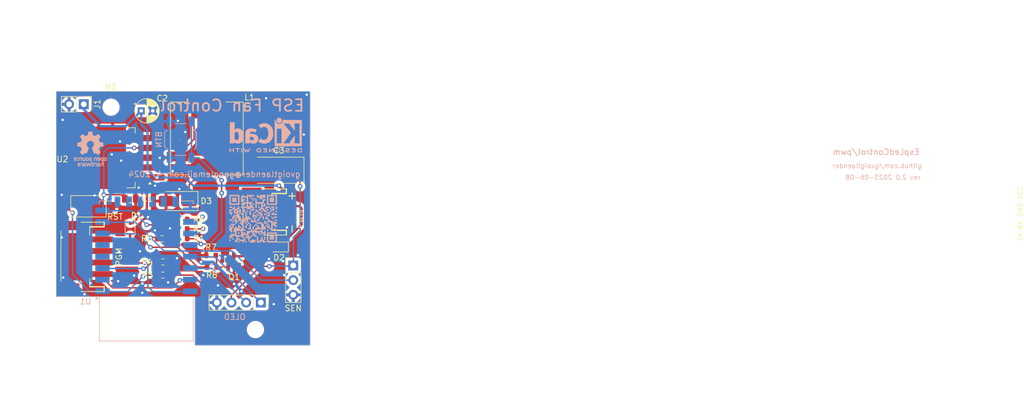
<source format=kicad_pcb>
(kicad_pcb (version 20240108) (generator "pcbnew") (generator_version "8.0")
  (layers (0 "F.Cu" signal) (31 "B.Cu" signal) (34 "B.Paste" user) (35 "F.Paste" user) (36 "B.SilkS" user "B.Silkscreen") (37 "F.SilkS" user "F.Silkscreen") (38 "B.Mask" user) (39 "F.Mask" user) (44 "Edge.Cuts" user))
  (net 0 "")
  (net 1 "/3V3")
  (net 2 "GND")
  (net 3 "/GPIO2")
  (net 4 "/RST")
  (net 5 "/EN")
  (net 6 "/GPIO15")
  (net 7 "Net-(D1-A)")
  (net 8 "Net-(D3-K)")
  (net 9 "Net-(Q1-G)")
  (net 14 "/TX")
  (net 15 "/RX")
  (net 16 "/SDA")
  (net 18 "/SCL")
  (net 19 "/ONEWIRE")
  (net 20 "/GPIO0")
  (net 21 "/FAN")
  (net 23 "/12V")
  (net 25 "/FAN-")
  (footprint "Diode_SMD:D_SOD-323" (layer "F.Cu") (at 112.8014 123.8758 -90)
    (property "Reference" "D1" (at -2.3368 -1.1176 180) (layer "F.SilkS"))
    (property "Value" "1N5819WS")
    (pad "1" smd roundrect (at -1.05 0 270) (size 0.6 0.45) (layers "F.Cu" "F.Paste" "F.Mask") (net 23 "/12V"))
    (pad "2" smd roundrect (at 1.05 0 270) (size 0.6 0.45) (layers "F.Cu" "F.Paste" "F.Mask") (net 7 "Net-(D1-A)"))
  )
  (footprint "Button_Switch_SMD:SW_SPST_CK_RS282G05A3" (layer "F.Cu") (at 105.5878 119.9134)
    (property "Reference" "SW1" (hide yes))
    (property "Value" "RST" (at 4.6228 1.8034 180) (layer "F.SilkS"))
    (pad "1" smd rect (at -3.9 0) (size 1.5 1.5) (layers "F.Cu" "F.Paste" "F.Mask") (net 4 "/RST"))
    (pad "2" smd rect (at 3.9 0) (size 1.5 1.5) (layers "F.Cu" "F.Paste" "F.Mask") (net 2 "GND"))
  )
  (footprint "MountingHole:MountingHole_2.5mm" (layer "F.Cu") (at 134.5 141.25)
    (property "Reference" "H2" (hide yes))
    (property "Value" "MountingHole")
    (pad "" np_thru_hole circle (at 0 0) (size 2.5 2.5) (drill 2.5) (layers "*.Cu" "*.Mask"))
  )
  (footprint "Inductor_SMD:L_12x12mm_H6mm" (layer "F.Cu") (at 126.0856 108.1532 90)
    (property "Reference" "L1" (at 7.112 7.3914 180) (layer "F.SilkS"))
    (property "Value" "33uH")
    (pad "1" smd rect (at -4.95 0 90) (size 2.9 5.4) (layers "F.Cu" "F.Paste" "F.Mask") (net 8 "Net-(D3-K)"))
    (pad "2" smd rect (at 4.95 0 90) (size 2.9 5.4) (layers "F.Cu" "F.Paste" "F.Mask") (net 1 "/3V3"))
  )
  (footprint "Capacitor_SMD:C_0805_2012Metric" (layer "F.Cu") (at 112.825 118.575)
    (property "Reference" "C1" (at 2.9482 0.043 0) (layer "F.SilkS"))
    (property "Value" "100nF")
    (pad "1" smd roundrect (at -0.95 0) (size 1 1.45) (layers "F.Cu" "F.Paste" "F.Mask") (net 1 "/3V3"))
    (pad "2" smd roundrect (at 0.95 0) (size 1 1.45) (layers "F.Cu" "F.Paste" "F.Mask") (net 2 "GND"))
  )
  (footprint "Resistor_SMD:R_0603_1608Metric" (layer "F.Cu") (at 121.8692 125.5014 180)
    (property "Reference" "R1" (at -2.8448 0.0254 180) (layer "F.SilkS"))
    (property "Value" "10k")
    (pad "1" smd roundrect (at -0.825 0 180) (size 0.8 0.95) (layers "F.Cu" "F.Paste" "F.Mask") (net 20 "/GPIO0"))
    (pad "2" smd roundrect (at 0.825 0 180) (size 0.8 0.95) (layers "F.Cu" "F.Paste" "F.Mask") (net 1 "/3V3"))
  )
  (footprint "kicad_parts:JSTPH4" (layer "F.Cu") (at 104.82072 128.6416 90)
    (property "Reference" "J3" (hide yes))
    (property "Value" "PGM" (at -0.0094 6.05028 -90) (layer "F.SilkS"))
    (pad "1" smd rect (at -2.99898 2.69748 90) (size 0.99822 4.59994) (layers "F.Cu" "F.Paste" "F.Mask") (net 14 "/TX"))
    (pad "2" smd rect (at -1 2.69748 90) (size 0.99822 4.59994) (layers "F.Cu" "F.Paste" "F.Mask") (net 15 "/RX"))
    (pad "3" smd rect (at 0.99898 2.69748 90) (size 0.99822 4.59994) (layers "F.Cu" "F.Paste" "F.Mask") (net 2 "GND"))
    (pad "4" smd rect (at 3 2.69748 90) (size 0.99822 4.59994) (layers "F.Cu" "F.Paste" "F.Mask") (net 7 "Net-(D1-A)"))
    (pad "NC1" smd rect (at -5.39928 -2.49936 180) (size 3.39852 1.59766) (layers "F.Cu" "F.Paste" "F.Mask"))
    (pad "NC2" smd rect (at 5.39928 -2.49936 180) (size 3.39852 1.59766) (layers "F.Cu" "F.Paste" "F.Mask"))
  )
  (footprint "Resistor_SMD:R_0603_1608Metric" (layer "F.Cu") (at 121.857 122.174 180)
    (property "Reference" "R6" (at -2.8448 -0.0254 180) (layer "F.SilkS"))
    (property "Value" "10k")
    (pad "1" smd roundrect (at -0.825 0 180) (size 0.8 0.95) (layers "F.Cu" "F.Paste" "F.Mask") (net 6 "/GPIO15"))
    (pad "2" smd roundrect (at 0.825 0 180) (size 0.8 0.95) (layers "F.Cu" "F.Paste" "F.Mask") (net 2 "GND"))
  )
  (footprint "Connector_PinHeader_2.54mm:PinHeader_1x04_P2.54mm_Vertical" (layer "F.Cu") (at 135.4328 136.5758 -90)
    (property "Reference" "J5" (hide yes))
    (property "Value" "OLED" (at 2.4892 4.4958 0) (layer "B.SilkS") (effects (justify mirror)))
    (pad "1" thru_hole rect (at 0 0 270) (size 1.7 1.7) (drill 1) (layers "*.Cu" "*.Mask") (net 16 "/SDA"))
    (pad "2" thru_hole oval (at 0 2.54 270) (size 1.7 1.7) (drill 1) (layers "*.Cu" "*.Mask") (net 18 "/SCL"))
    (pad "3" thru_hole oval (at 0 5.08 270) (size 1.7 1.7) (drill 1) (layers "*.Cu" "*.Mask") (net 1 "/3V3"))
    (pad "4" thru_hole oval (at 0 7.62 270) (size 1.7 1.7) (drill 1) (layers "*.Cu" "*.Mask") (net 2 "GND"))
  )
  (footprint "MountingHole:MountingHole_2.5mm" (layer "F.Cu") (at 109.5 102.75)
    (property "Reference" "H1" (at 0 -3.5 0) (layer "F.SilkS"))
    (property "Value" "MountingHole")
    (pad "" np_thru_hole circle (at 0 0) (size 2.5 2.5) (drill 2.5) (layers "*.Cu" "*.Mask"))
  )
  (footprint "Package_TO_SOT_SMD:SOT-23" (layer "F.Cu") (at 130.7338 129.4892 90)
    (property "Reference" "Q1" (at -2.6698 0.0762 0) (layer "F.SilkS"))
    (property "Value" "AO3400A")
    (pad "1" smd roundrect (at -0.9375 -0.95 90) (size 1.475 0.6) (layers "F.Cu" "F.Paste" "F.Mask") (net 9 "Net-(Q1-G)"))
    (pad "2" smd roundrect (at -0.9375 0.95 90) (size 1.475 0.6) (layers "F.Cu" "F.Paste" "F.Mask") (net 2 "GND"))
    (pad "3" smd roundrect (at 0.9375 0 90) (size 1.475 0.6) (layers "F.Cu" "F.Paste" "F.Mask") (net 25 "/FAN-"))
  )
  (footprint "Diode_SMD:D_SOD-323" (layer "F.Cu") (at 138.5824 126.9492 180)
    (property "Reference" "D2" (at 0 -1.85 180) (layer "F.SilkS"))
    (property "Value" "1N5819WS")
    (pad "1" smd roundrect (at -1.05 0 180) (size 0.6 0.45) (layers "F.Cu" "F.Paste" "F.Mask") (net 23 "/12V"))
    (pad "2" smd roundrect (at 1.05 0 180) (size 0.6 0.45) (layers "F.Cu" "F.Paste" "F.Mask") (net 25 "/FAN-"))
  )
  (footprint "Connector_PinHeader_2.54mm:PinHeader_1x03_P2.54mm_Vertical" (layer "F.Cu") (at 141.0462 130.1496)
    (property "Reference" "J2" (hide yes))
    (property "Value" "SEN" (at 0 7.41 0) (layer "F.SilkS"))
    (pad "1" thru_hole rect (at 0 0) (size 1.7 1.7) (drill 1) (layers "*.Cu" "*.Mask") (net 1 "/3V3"))
    (pad "2" thru_hole oval (at 0 2.54) (size 1.7 1.7) (drill 1) (layers "*.Cu" "*.Mask") (net 19 "/ONEWIRE"))
    (pad "3" thru_hole oval (at 0 5.08) (size 1.7 1.7) (drill 1) (layers "*.Cu" "*.Mask") (net 2 "GND"))
  )
  (footprint "Resistor_SMD:R_0603_1608Metric" (layer "F.Cu") (at 118.4656 131.826)
    (property "Reference" "R3" (at -2.6416 0 0) (layer "F.SilkS"))
    (property "Value" "10k")
    (pad "1" smd roundrect (at -0.825 0) (size 0.8 0.95) (layers "F.Cu" "F.Paste" "F.Mask") (net 4 "/RST"))
    (pad "2" smd roundrect (at 0.825 0) (size 0.8 0.95) (layers "F.Cu" "F.Paste" "F.Mask") (net 1 "/3V3"))
  )
  (footprint "Resistor_SMD:R_0603_1608Metric" (layer "F.Cu") (at 118.3473 125.5268)
    (property "Reference" "R5" (at -2.6503 -0.0508 0) (layer "F.SilkS"))
    (property "Value" "4k7")
    (pad "1" smd roundrect (at -0.825 0) (size 0.8 0.95) (layers "F.Cu" "F.Paste" "F.Mask") (net 19 "/ONEWIRE"))
    (pad "2" smd roundrect (at 0.825 0) (size 0.8 0.95) (layers "F.Cu" "F.Paste" "F.Mask") (net 1 "/3V3"))
  )
  (footprint "Diode_SMD:D_SMA" (layer "F.Cu") (at 121.031 118.999 180)
    (property "Reference" "D3" (at -4.953 0 180) (layer "F.SilkS"))
    (property "Value" "SS34")
    (pad "1" smd roundrect (at -2 0 180) (size 2.5 1.8) (layers "F.Cu" "F.Paste" "F.Mask") (roundrect_rratio 0.1388888889) (net 8 "Net-(D3-K)"))
    (pad "2" smd roundrect (at 2 0 180) (size 2.5 1.8) (layers "F.Cu" "F.Paste" "F.Mask") (roundrect_rratio 0.1388888889) (net 2 "GND"))
  )
  (footprint "Resistor_SMD:R_0603_1608Metric" (layer "F.Cu") (at 121.8692 123.825 180)
    (property "Reference" "R2" (at -2.8448 0.0254 180) (layer "F.SilkS"))
    (property "Value" "10k")
    (pad "1" smd roundrect (at -0.825 0 180) (size 0.8 0.95) (layers "F.Cu" "F.Paste" "F.Mask") (net 3 "/GPIO2"))
    (pad "2" smd roundrect (at 0.825 0 180) (size 0.8 0.95) (layers "F.Cu" "F.Paste" "F.Mask") (net 1 "/3V3"))
  )
  (footprint "Resistor_SMD:R_0603_1608Metric" (layer "F.Cu") (at 118.4788 129.54)
    (property "Reference" "R4" (at -2.6548 0 0) (layer "F.SilkS"))
    (property "Value" "10k")
    (pad "1" smd roundrect (at -0.825 0) (size 0.8 0.95) (layers "F.Cu" "F.Paste" "F.Mask") (net 5 "/EN"))
    (pad "2" smd roundrect (at 0.825 0) (size 0.8 0.95) (layers "F.Cu" "F.Paste" "F.Mask") (net 1 "/3V3"))
  )
  (footprint "Resistor_SMD:R_0603_1608Metric" (layer "F.Cu") (at 126.81 128.4224 180)
    (property "Reference" "R7" (at 0 1.4478 180) (layer "F.SilkS"))
    (property "Value" "10k")
    (pad "1" smd roundrect (at -0.825 0 180) (size 0.8 0.95) (layers "F.Cu" "F.Paste" "F.Mask") (net 9 "Net-(Q1-G)"))
    (pad "2" smd roundrect (at 0.825 0 180) (size 0.8 0.95) (layers "F.Cu" "F.Paste" "F.Mask") (net 2 "GND"))
  )
  (footprint "Resistor_SMD:R_0603_1608Metric" (layer "F.Cu") (at 126.9624 130.429)
    (property "Reference" "R8" (at -0.0132 1.397 0) (layer "F.SilkS"))
    (property "Value" "220R")
    (pad "1" smd roundrect (at -0.825 0) (size 0.8 0.95) (layers "F.Cu" "F.Paste" "F.Mask") (net 21 "/FAN"))
    (pad "2" smd roundrect (at 0.825 0) (size 0.8 0.95) (layers "F.Cu" "F.Paste" "F.Mask") (net 9 "Net-(Q1-G)"))
  )
  (footprint "Connector_PinHeader_2.54mm:PinHeader_1x02_P2.54mm_Vertical" (layer "F.Cu") (at 104.775 102.235 -90)
    (property "Reference" "J1" (at 0 -2.33 -90) (layer "F.SilkS"))
    (property "Value" "PWR")
    (pad "1" thru_hole rect (at 0 0 270) (size 1.7 1.7) (drill 1) (layers "*.Cu" "*.Mask") (net 23 "/12V"))
    (pad "2" thru_hole oval (at 0 2.54 270) (size 1.7 1.7) (drill 1) (layers "*.Cu" "*.Mask") (net 2 "GND"))
  )
  (footprint "Capacitor_THT:CP_Radial_D4.0mm_P2.00mm" (layer "F.Cu") (at 114.724401 103.378)
    (property "Reference" "C2" (at 3.639599 -2.159 0) (layer "F.SilkS"))
    (property "Value" "680uF")
    (pad "1" thru_hole rect (at 0 0) (size 1.2 1.2) (drill 0.6) (layers "*.Cu" "*.Mask") (net 23 "/12V"))
    (pad "2" thru_hole circle (at 2 0) (size 1.2 1.2) (drill 0.6) (layers "*.Cu" "*.Mask") (net 2 "GND"))
  )
  (footprint "Package_TO_SOT_SMD:TO-263-5_TabPin3" (layer "F.Cu") (at 108.85 111.5 180)
    (property "Reference" "U2" (at 7.758 -0.26 180) (layer "F.SilkS"))
    (property "Value" "LM2596S-3.3")
    (pad "1" smd roundrect (at -7.65 -3.4 180) (size 4.6 1.1) (layers "F.Cu" "F.Paste" "F.Mask") (roundrect_rratio 0.227273) (net 23 "/12V"))
    (pad "2" smd roundrect (at -7.65 -1.7 180) (size 4.6 1.1) (layers "F.Cu" "F.Paste" "F.Mask") (roundrect_rratio 0.227273) (net 8 "Net-(D3-K)"))
    (pad "3" smd roundrect (at -7.65 0 180) (size 4.6 1.1) (layers "F.Cu" "F.Paste" "F.Mask") (roundrect_rratio 0.227273) (net 2 "GND"))
    (pad "3" smd roundrect (at -0.925 -2.775 180) (size 4.55 5.25) (layers "F.Cu" "F.Paste") (roundrect_rratio 0.054945) (net 2 "GND"))
    (pad "3" smd roundrect (at -0.925 2.775 180) (size 4.55 5.25) (layers "F.Cu" "F.Paste") (roundrect_rratio 0.054945) (net 2 "GND"))
    (pad "3" smd roundrect (at 1.5 0 180) (size 9.4 10.8) (layers "F.Cu" "F.Mask") (roundrect_rratio 0.026596) (net 2 "GND"))
    (pad "3" smd roundrect (at 3.925 -2.775 180) (size 4.55 5.25) (layers "F.Cu" "F.Paste") (roundrect_rratio 0.054945) (net 2 "GND"))
    (pad "3" smd roundrect (at 3.925 2.775 180) (size 4.55 5.25) (layers "F.Cu" "F.Paste") (roundrect_rratio 0.054945) (net 2 "GND"))
    (pad "4" smd roundrect (at -7.65 1.7 180) (size 4.6 1.1) (layers "F.Cu" "F.Paste" "F.Mask") (roundrect_rratio 0.227273) (net 1 "/3V3"))
    (pad "5" smd roundrect (at -7.65 3.4 180) (size 4.6 1.1) (layers "F.Cu" "F.Paste" "F.Mask") (roundrect_rratio 0.227273) (net 2 "GND"))
  )
  (footprint "Capacitor_Tantalum_SMD:CP_EIA-7343-20_Kemet-V" (layer "F.Cu") (at 138.4925 113.665 180)
    (property "Reference" "C3" (at -0.0645 3.429 0) (layer "F.SilkS"))
    (property "Value" "330uF")
    (pad "1" smd roundrect (at -3.1125 0 180) (size 2.075 2.55) (layers "F.Cu" "F.Paste" "F.Mask") (roundrect_rratio 0.120482) (net 1 "/3V3"))
    (pad "2" smd roundrect (at 3.1125 0 180) (size 2.075 2.55) (layers "F.Cu" "F.Paste" "F.Mask") (roundrect_rratio 0.120482) (net 2 "GND"))
  )
  (footprint "kicad_parts:JST-PH-2-SMT-RA" (layer "F.Cu") (at 135.3566 120.87352 90)
    (property "Reference" "J4" (hide yes))
    (property "Value" "FAN" (at -1.2319 6.98754 -90) (layer "F.SilkS") (effects (font (size 1.27 1.27) (thickness 0.1016))))
    (fp_text user "-" (at -2.9591 5.38734 -90) (layer "F.SilkS") (effects (font (size 1.4224 1.4224) (thickness 0.1778))))
    (fp_text user "+" (at 2.7559 5.38734 -90) (layer "F.SilkS") (effects (font (size 1.4224 1.4224) (thickness 0.1778))))
    (pad "1" smd rect (at 0.99822 3.69824 90) (size 0.99822 4.59994) (layers "F.Cu" "F.Paste" "F.Mask") (net 23 "/12V"))
    (pad "2" smd rect (at -0.99822 3.69824 90) (size 0.99822 4.59994) (layers "F.Cu" "F.Paste" "F.Mask") (net 25 "/FAN-"))
    (pad "NC1" smd rect (at -3.39852 -1.4986 180) (size 3.39852 1.59766) (layers "F.Cu" "F.Paste" "F.Mask"))
    (pad "NC2" smd rect (at 3.39852 -1.4986 180) (size 3.39852 1.59766) (layers "F.Cu" "F.Paste" "F.Mask"))
  )
  (footprint "RF_Module:ESP-12E" (layer "B.Cu") (at 115.6154 131.1134)
    (property "Reference" "U1" (at -10.56 5.26 0) (layer "B.SilkS") (effects (justify mirror)))
    (property "Value" "ESP-12F")
    (pad "1" smd rect (at -7.6 3.5) (size 2.5 1) (layers "B.Cu" "B.Paste" "B.Mask") (net 4 "/RST"))
    (pad "2" smd rect (at -7.6 1.5) (size 2.5 1) (layers "B.Cu" "B.Paste" "B.Mask"))
    (pad "3" smd rect (at -7.6 -0.5) (size 2.5 1) (layers "B.Cu" "B.Paste" "B.Mask") (net 5 "/EN"))
    (pad "4" smd rect (at -7.6 -2.5) (size 2.5 1) (layers "B.Cu" "B.Paste" "B.Mask"))
    (pad "5" smd rect (at -7.6 -4.5) (size 2.5 1) (layers "B.Cu" "B.Paste" "B.Mask"))
    (pad "6" smd rect (at -7.6 -6.5) (size 2.5 1) (layers "B.Cu" "B.Paste" "B.Mask") (net 21 "/FAN"))
    (pad "7" smd rect (at -7.6 -8.5) (size 2.5 1) (layers "B.Cu" "B.Paste" "B.Mask") (net 19 "/ONEWIRE"))
    (pad "8" smd rect (at -7.6 -10.5) (size 2.5 1) (layers "B.Cu" "B.Paste" "B.Mask") (net 1 "/3V3"))
    (pad "9" smd rect (at -5 -12) (size 1 1.8) (layers "B.Cu" "B.Paste" "B.Mask"))
    (pad "10" smd rect (at -3 -12) (size 1 1.8) (layers "B.Cu" "B.Paste" "B.Mask"))
    (pad "11" smd rect (at -1 -12) (size 1 1.8) (layers "B.Cu" "B.Paste" "B.Mask"))
    (pad "12" smd rect (at 1 -12) (size 1 1.8) (layers "B.Cu" "B.Paste" "B.Mask"))
    (pad "13" smd rect (at 3 -12) (size 1 1.8) (layers "B.Cu" "B.Paste" "B.Mask"))
    (pad "14" smd rect (at 5 -12) (size 1 1.8) (layers "B.Cu" "B.Paste" "B.Mask"))
    (pad "15" smd rect (at 7.6 -10.5) (size 2.5 1) (layers "B.Cu" "B.Paste" "B.Mask") (net 2 "GND"))
    (pad "16" smd rect (at 7.6 -8.5) (size 2.5 1) (layers "B.Cu" "B.Paste" "B.Mask") (net 6 "/GPIO15"))
    (pad "17" smd rect (at 7.6 -6.5) (size 2.5 1) (layers "B.Cu" "B.Paste" "B.Mask") (net 3 "/GPIO2"))
    (pad "18" smd rect (at 7.6 -4.5) (size 2.5 1) (layers "B.Cu" "B.Paste" "B.Mask") (net 20 "/GPIO0"))
    (pad "19" smd rect (at 7.6 -2.5) (size 2.5 1) (layers "B.Cu" "B.Paste" "B.Mask") (net 16 "/SDA"))
    (pad "20" smd rect (at 7.6 -0.5) (size 2.5 1) (layers "B.Cu" "B.Paste" "B.Mask") (net 18 "/SCL"))
    (pad "21" smd rect (at 7.6 1.5) (size 2.5 1) (layers "B.Cu" "B.Paste" "B.Mask") (net 14 "/TX"))
    (pad "22" smd rect (at 7.6 3.5) (size 2.5 1) (layers "B.Cu" "B.Paste" "B.Mask") (net 15 "/RX"))
    (zone (net 0) (net_name "") (layers "*.Cu") (connect_pads (clearance 0)) (min_thickness 0.254)
      (keepout (tracks not_allowed) (vias not_allowed) (pads not_allowed) (copperpour not_allowed) (footprints not_allowed))
      (fill (thermal_gap 0.508) (thermal_bridge_width 0.508))
      (polygon (pts (xy 107.4954 135.9134) (xy 123.7354 135.9134) (xy 123.7354 143.2334) (xy 107.4954 143.2334)))
    )
  )
  (footprint "Symbol:KiCad-Logo2_5mm_SilkScreen" (layer "B.Cu") (at 136.271 107.569 180)
    (property "Reference" "REF**" (hide yes))
    (property "Value" "KiCad-Logo2_5mm_SilkScreen" (hide yes))
  )
  (footprint "kicad_parts:qr_espfc" (layer "B.Cu") (at 134.112 122.047 180)
    (property "Reference" "QR*****" (hide yes))
    (property "Value" "qr_espfc" (hide yes))
  )
  (footprint "Symbol:OSHW-Logo_5.7x6mm_SilkScreen" (layer "B.Cu") (at 105.918 109.982 180)
    (property "Reference" "REF**" (hide yes))
    (property "Value" "OSHW-Logo_5.7x6mm_SilkScreen" (hide yes))
  )
  (footprint "Button_Switch_SMD:SW_SPST_TL3342" (layer "B.Cu") (at 121.525 108.35 90)
    (property "Reference" "SW2" (hide yes))
    (property "Value" "BTN" (at 0 -3.75 90) (layer "B.SilkS") (effects (justify mirror)))
    (pad "1" smd rect (at -3.15 1.9 90) (size 1.7 1) (layers "B.Cu" "B.Paste" "B.Mask") (net 20 "/GPIO0"))
    (pad "1" smd rect (at 3.15 1.9 90) (size 1.7 1) (layers "B.Cu" "B.Paste" "B.Mask") (net 20 "/GPIO0"))
    (pad "2" smd rect (at -3.15 -1.9 90) (size 1.7 1) (layers "B.Cu" "B.Paste" "B.Mask") (net 2 "GND"))
    (pad "2" smd rect (at 3.15 -1.9 90) (size 1.7 1) (layers "B.Cu" "B.Paste" "B.Mask") (net 2 "GND"))
  )
  (gr_line (start 121.525 108.25) (end 121.525 108.45) (stroke (width 0.05)) (layer "B.SilkS"))
  (gr_line (start 121.425 108.35) (end 121.625 108.35) (stroke (width 0.05)) (layer "B.SilkS"))
  (gr_line (start 124 144) (end 144 144) (stroke (width 0.1)) (layer "Edge.Cuts"))
  (gr_line (start 124 135.55) (end 124 144) (stroke (width 0.1)) (layer "Edge.Cuts"))
  (gr_line (start 100 135.55) (end 100 100) (stroke (width 0.1)) (layer "Edge.Cuts"))
  (gr_line (start 124 135.55) (end 100 135.55) (stroke (width 0.1)) (layer "Edge.Cuts"))
  (gr_line (start 100 100) (end 144 100) (stroke (width 0.1)) (layer "Edge.Cuts"))
  (gr_line (start 144 100) (end 144 144) (stroke (width 0.1)) (layer "Edge.Cuts"))
  (gr_text "rev 2.0 2023-06-08" (at 243.15 114.9 0) (layer "B.SilkS") (effects (font (size 0.8 0.8) (thickness 0.1)) (justify mirror)))
  (gr_text "gvoigtlaender@googlemail.com 4/2024" (at 142.367 114.935 0) (layer "B.SilkS") (effects (font (size 1 1)) (justify left bottom mirror)))
  (gr_text "EspLedControl/pwm" (at 241.95 110.5 0) (layer "B.SilkS") (effects (font (size 1 1)) (justify mirror)))
  (gr_text "ESP Fan Control" (at 143.129 103.632 0) (layer "B.SilkS") (effects (font (size 2 2) (thickness 0.3)) (justify left bottom mirror)))
  (gr_text "github.com/gvoigtlaender" (at 242.15 112.9 0) (layer "B.SilkS") (effects (font (size 0.8 0.8) (thickness 0.1)) (justify mirror)))
  (gr_text "TX RX GND VCC" (at 266.925 121.15 90) (layer "F.SilkS") (effects (font (size 0.8 0.8) (thickness 0.1))))
  (segment (start 129.725 134.65) (end 126.5 134.65) (width 0.25) (layer "F.Cu") (net 1))
  (segment (start 117.7544 123.125) (end 115.675 123.125) (width 0.25) (layer "F.Cu") (net 1))
  (segment (start 123.875 108.254) (end 123.875 102.85) (width 0.25) (layer "F.Cu") (net 1))
  (segment (start 113.5 109.8) (end 116.5 109.8) (width 0.25) (layer "F.Cu") (net 1))
  (segment (start 119.2875 131.825) (end 119.2875 129.5375) (width 0.25) (layer "F.Cu") (net 1))
  (segment (start 133.125 108.925) (end 127.05 102.85) (width 0.25) (layer "F.Cu") (net 1))
  (segment (start 119.2598 125.5268) (end 119.2598 124.6304) (width 0.25) (layer "F.Cu") (net 1))
  (segment (start 130.32 135.354695) (end 135.372695 130.302) (width 0.25) (layer "F.Cu") (net 1))
  (segment (start 127.05 102.85) (end 123.875 102.85) (width 0.25) (layer "F.Cu") (net 1))
  (segment (start 142.24 116.459) (end 142.24 110.89) (width 0.25) (layer "F.Cu") (net 1))
  (segment (start 120.9934 125.4506) (end 121.0442 125.5014) (width 0.25) (layer "F.Cu") (net 1))
  (segment (start 121.0442 123.3424) (end 121.0442 125.5014) (width 0.25) (layer "F.Cu") (net 1))
  (segment (start 123.9012 108.2802) (end 123.875 108.254) (width 0.25) (layer "F.Cu") (net 1))
  (segment (start 123.675 131.825) (end 119.2875 131.825) (width 0.25) (layer "F.Cu") (net 1))
  (segment (start 142.24 110.89) (end 140.275 108.925) (width 0.25) (layer "F.Cu") (net 1))
  (segment (start 119.1723 125.5268) (end 121.1223 125.5268) (width 0.25) (layer "F.Cu") (net 1))
  (segment (start 116.5 109.8) (end 122.3814 109.8) (width 0.25) (layer "F.Cu") (net 1))
  (segment (start 130.32 135.245) (end 129.725 134.65) (width 0.25) (layer "F.Cu") (net 1))
  (segment (start 111.2 117.9) (end 108.25 117.9) (width 0.25) (layer "F.Cu") (net 1))
  (segment (start 135.372695 130.302) (end 136.906 130.302) (width 0.25) (layer "F.Cu") (net 1))
  (segment (start 123.875 103.875) (end 123.875 102.85) (width 0.25) (layer "F.Cu") (net 1))
  (segment (start 119.2598 124.6304) (end 117.7544 123.125) (width 0.25) (layer "F.Cu") (net 1))
  (segment (start 111.875 118.575) (end 111.2 117.9) (width 0.25) (layer "F.Cu") (net 1))
  (segment (start 140.275 108.925) (end 133.125 108.925) (width 0.25) (layer "F.Cu") (net 1))
  (segment (start 126.5 134.65) (end 123.675 131.825) (width 0.25) (layer "F.Cu") (net 1))
  (segment (start 114.625 109.8) (end 117.95 109.8) (width 0.25) (layer "F.Cu") (net 1))
  (segment (start 130.32 136.575) (end 130.32 135.245) (width 0.25) (layer "F.Cu") (net 1))
  (segment (start 130.32 136.575) (end 130.32 135.354695) (width 0.25) (layer "F.Cu") (net 1))
  (segment (start 122.3814 109.8) (end 123.9012 108.2802) (width 0.25) (layer "F.Cu") (net 1))
  (segment (start 119.2875 129.5375) (end 119.275 129.525) (width 0.25) (layer "F.Cu") (net 1))
  (via (at 113.5 109.8) (size 0.8) (drill 0.4) (layers "F.Cu" "B.Cu") (net 1))
  (via (at 136.906 130.302) (size 0.8) (drill 0.4) (layers "F.Cu" "B.Cu") (net 1))
  (via (at 108.25 117.9) (size 0.8) (drill 0.4) (layers "F.Cu" "B.Cu") (net 1))
  (via (at 115.675 123.125) (size 0.8) (drill 0.4) (layers "F.Cu" "B.Cu") (net 1))
  (via (at 142.24 116.459) (size 0.8) (drill 0.4) (layers "F.Cu" "B.Cu") (net 1))
  (segment (start 113.225 120.675) (end 108.175 120.675) (width 0.25) (layer "B.Cu") (net 1))
  (segment (start 141.075 130.25) (end 136.958 130.25) (width 0.25) (layer "B.Cu") (net 1))
  (segment (start 142.24 124.109695) (end 142.24 116.459) (width 0.25) (layer "B.Cu") (net 1))
  (segment (start 113.5 109.8) (end 108.975 109.8) (width 0.25) (layer "B.Cu") (net 1))
  (segment (start 136.854 130.25) (end 136.645 130.25) (width 0.25) (layer "B.Cu") (net 1))
  (segment (start 141.075 125.274695) (end 142.24 124.109695) (width 0.25) (layer "B.Cu") (net 1))
  (segment (start 136.958 130.25) (end 136.906 130.302) (width 0.25) (layer "B.Cu") (net 1))
  (segment (start 141.075 130.25) (end 141.075 125.274695) (width 0.25) (layer "B.Cu") (net 1))
  (segment (start 115.675 123.125) (end 113.225 120.675) (width 0.25) (layer "B.Cu") (net 1))
  (segment (start 108.975 109.8) (end 108.25 110.525) (width 0.25) (layer "B.Cu") (net 1))
  (segment (start 108.25 110.525) (end 108.25 117.9) (width 0.25) (layer "B.Cu") (net 1))
  (segment (start 108.175 117.975) (end 108.175 120.675) (width 0.25) (layer "B.Cu") (net 1))
  (segment (start 108.25 117.9) (end 108.175 117.975) (width 0.25) (layer "B.Cu") (net 1))
  (segment (start 136.906 130.302) (end 136.854 130.25) (width 0.25) (layer "B.Cu") (net 1))
  (via (at 122.35 107.05) (size 0.8) (drill 0.4) (layers "F.Cu" "B.Cu") (net 2))
  (via (at 120.175 113.8) (size 0.8) (drill 0.4) (layers "F.Cu" "B.Cu") (net 2))
  (via (at 114.925 133.3) (size 0.8) (drill 0.4) (layers "F.Cu" "B.Cu") (net 2))
  (via (at 121.325 116.925) (size 0.8) (drill 0.4) (layers "F.Cu" "B.Cu") (net 2))
  (via (at 100.975 117.925) (size 0.8) (drill 0.4) (layers "F.Cu" "B.Cu") (net 2))
  (via (at 114.9 134.875) (size 0.8) (drill 0.4) (layers "F.Cu" "B.Cu") (net 2))
  (via (at 139.475 131.825) (size 0.8) (drill 0.4) (layers "F.Cu" "B.Cu") (net 2))
  (via (at 101.225 132.25) (size 0.8) (drill 0.4) (layers "F.Cu" "B.Cu") (net 2))
  (via (at 128.016 133.604) (size 0.8) (drill 0.4) (layers "F.Cu" "B.Cu") (net 2))
  (via (at 121.075 105.1) (size 0.8) (drill 0.4) (layers "F.Cu" "B.Cu") (net 2))
  (via (at 142.875 107.475) (size 0.8) (drill 0.4) (layers "F.Cu" "B.Cu") (net 2))
  (via (at 111.05 108.675) (size 0.8) (drill 0.4) (layers "F.Cu" "B.Cu") (net 2))
  (via (at 117.1194 116.332) (size 0.8) (drill 0.4) (layers "F.Cu" "B.Cu") (net 2))
  (via (at 109.625 110.925) (size 0.8) (drill 0.4) (layers "F.Cu" "B.Cu") (net 2))
  (via (at 117.094 124.079) (size 0.8) (drill 0.4) (layers "F.Cu" "B.Cu") (net 2))
  (via (at 111.25 112) (size 0.8) (drill 0.4) (layers "F.Cu" "B.Cu") (net 2))
  (via (at 115.9 121.775) (size 0.8) (drill 0.4) (layers "F.Cu" "B.Cu") (net 2))
  (via (at 114.5 127.7) (size 0.8) (drill 0.4) (layers "F.Cu" "B.Cu") (net 2))
  (via (at 130.81 133.35) (size 0.8) (drill 0.4) (layers "F.Cu" "B.Cu") (net 2))
  (via (at 141.875 128.375) (size 0.8) (drill 0.4) (layers "F.Cu" "B.Cu") (net 2))
  (via (at 125.476 131.826) (size 0.8) (drill 0.4) (layers "F.Cu" "B.Cu") (net 2))
  (via (at 119.6973 123.7268) (size 0.8) (drill 0.4) (layers "F.Cu" "B.Cu") (net 2))
  (via (at 132.08 134.62) (size 0.8) (drill 0.4) (layers "F.Cu" "B.Cu") (net 2))
  (via (at 106.65 118.025) (size 0.8) (drill 0.4) (layers "F.Cu" "B.Cu") (net 2))
  (via (at 104.902 135.128) (size 0.8) (drill 0.4) (layers "F.Cu" "B.Cu") (net 2))
  (via (at 129.286 128.651) (size 0.8) (drill 0.4) (layers "F.Cu" "B.Cu") (net 2))
  (via (at 110.725 132.875) (size 0.8) (drill 0.4) (layers "F.Cu" "B.Cu") (net 2))
  (via (at 117.95 111.525) (size 0.8) (drill 0.4) (layers "F.Cu" "B.Cu") (net 2))
  (via (at 110.95 127.85) (size 0.8) (drill 0.4) (layers "F.Cu" "B.Cu") (net 2))
  (via (at 120.904 128.905) (size 0.8) (drill 0.4) (layers "F.Cu" "B.Cu") (net 2))
  (via (at 137.675 136.85) (size 0.8) (drill 0.4) (layers "F.Cu" "B.Cu") (net 2))
  (via (at 105.95 133.225) (size 0.8) (drill 0.4) (layers "F.Cu" "B.Cu") (net 2))
  (via (at 114.275 116.675) (size 0.8) (drill 0.4) (layers "F.Cu" "B.Cu") (net 2))
  (via (at 125.095 129.54) (size 0.8) (drill 0.4) (layers "F.Cu" "B.Cu") (net 2))
  (via (at 143.383 100.584) (size 0.8) (drill 0.4) (layers "F.Cu" "B.Cu") (net 2))
  (via (at 113.5 131.9) (size 0.8) (drill 0.4) (layers "F.Cu" "B.Cu") (net 2))
  (via (at 136.85 129.025) (size 0.8) (drill 0.4) (layers "F.Cu" "B.Cu") (net 2))
  (via (at 100.975 125.3) (size 0.8) (drill 0.4) (layers "F.Cu" "B.Cu") (net 2))
  (via (at 139.275 129.4) (size 0.8) (drill 0.4) (layers "F.Cu" "B.Cu") (net 2))
  (via (at 101.125 104.95) (size 0.8) (drill 0.4) (layers "F.Cu" "B.Cu") (net 2))
  (via (at 119.38 133.096) (size 0.8) (drill 0.4) (layers "F.Cu" "B.Cu") (net 2))
  (via (at 136.35 101.2) (size 0.8) (drill 0.4) (layers "F.Cu" "B.Cu") (net 2))
  (via (at 139.954 123.571) (size 0.8) (drill 0.4) (layers "F.Cu" "B.Cu") (net 2))
  (segment (start 122.6942 123.825) (end 125.425 123.825) (width 0.25) (layer "F.Cu") (net 3))
  (via (at 125.425 123.825) (size 0.8) (drill 0.4) (layers "F.Cu" "B.Cu") (net 3))
  (segment (start 123.375 124.675) (end 124.575 124.675) (width 0.25) (layer "B.Cu") (net 3))
  (segment (start 124.575 124.675) (end 125.425 123.825) (width 0.25) (layer "B.Cu") (net 3))
  (segment (start 115.225 131.825) (end 117.4625 131.825) (width 0.25) (layer "F.Cu") (net 4))
  (segment (start 115.025 132.025) (end 115.225 131.825) (width 0.25) (layer "F.Cu") (net 4))
  (segment (start 102.775 121.025) (end 101.65 119.9) (width 0.25) (layer "F.Cu") (net 4))
  (segment (start 102.825 121.025) (end 102.775 121.025) (width 0.25) (layer "F.Cu") (net 4))
  (via (at 115.025 132.025) (size 0.8) (drill 0.4) (layers "F.Cu" "B.Cu") (net 4))
  (via (at 102.825 121.025) (size 0.8) (drill 0.4) (layers "F.Cu" "B.Cu") (net 4))
  (segment (start 102.825 131.7) (end 102.825 121.025) (width 0.25) (layer "B.Cu") (net 4))
  (segment (start 108.175 134.675) (end 112.375 134.675) (width 0.25) (layer "B.Cu") (net 4))
  (segment (start 108.175 134.675) (end 105.8 134.675) (width 0.25) (layer "B.Cu") (net 4))
  (segment (start 112.375 134.675) (end 115.025 132.025) (width 0.25) (layer "B.Cu") (net 4))
  (segment (start 104.95 133.825) (end 102.825 131.7) (width 0.25) (layer "B.Cu") (net 4))
  (segment (start 105.8 134.675) (end 104.95 133.825) (width 0.25) (layer "B.Cu") (net 4))
  (segment (start 115.125 130.7) (end 115.4 130.7) (width 0.25) (layer "F.Cu") (net 5))
  (segment (start 116.575 129.525) (end 117.45 129.525) (width 0.25) (layer "F.Cu") (net 5))
  (segment (start 115.4 130.7) (end 116.575 129.525) (width 0.25) (layer "F.Cu") (net 5))
  (via (at 115.125 130.7) (size 0.8) (drill 0.4) (layers "F.Cu" "B.Cu") (net 5))
  (segment (start 108.175 130.675) (end 115.1 130.675) (width 0.25) (layer "B.Cu") (net 5))
  (segment (start 115.1 130.675) (end 115.125 130.7) (width 0.25) (layer "B.Cu") (net 5))
  (segment (start 122.682 122.174) (end 124.876 122.174) (width 0.25) (layer "F.Cu") (net 6))
  (segment (start 124.876 122.174) (end 125.325 121.725) (width 0.25) (layer "F.Cu") (net 6))
  (via (at 125.325 121.725) (size 0.8) (drill 0.4) (layers "F.Cu" "B.Cu") (net 6))
  (segment (start 124.375 122.675) (end 125.325 121.725) (width 0.25) (layer "B.Cu") (net 6))
  (segment (start 123.375 122.675) (end 124.375 122.675) (width 0.25) (layer "B.Cu") (net 6))
  (segment (start 107.473065 125.725) (end 112.5 125.725) (width 0.25) (layer "F.Cu") (net 7))
  (segment (start 112.5 125.725) (end 112.8 125.425) (width 0.25) (layer "F.Cu") (net 7))
  (segment (start 112.8 125.425) (end 112.8 124.925) (width 0.25) (layer "F.Cu") (net 7))
  (segment (start 126.0856 113.1032) (end 123.031 116.1578) (width 0.25) (layer "F.Cu") (net 8))
  (segment (start 114.625 113.2) (end 119.125 113.2) (width 0.25) (layer "F.Cu") (net 8))
  (segment (start 116.5 113.2) (end 119.125 113.2) (width 0.25) (layer "F.Cu") (net 8))
  (segment (start 123.031 116.1578) (end 123.031 118.237) (width 0.25) (layer "F.Cu") (net 8))
  (segment (start 119.125 113.2) (end 119.575 112.75) (width 0.25) (layer "F.Cu") (net 8))
  (segment (start 119.575 112.75) (end 123.875 112.75) (width 0.25) (layer "F.Cu") (net 8))
  (segment (start 129.791 130.432) (end 129.794 130.429) (width 0.25) (layer "F.Cu") (net 9))
  (segment (start 127.762 130.432) (end 129.791 130.432) (width 0.25) (layer "F.Cu") (net 9))
  (segment (start 127.762 128.457) (end 127.762 130.432) (width 0.25) (layer "F.Cu") (net 9))
  (segment (start 109.774085 134.025) (end 107.473065 131.72398) (width 0.25) (layer "F.Cu") (net 14))
  (segment (start 120.102 134.025) (end 109.774085 134.025) (width 0.25) (layer "F.Cu") (net 14))
  (segment (start 121.412 132.715) (end 120.102 134.025) (width 0.25) (layer "F.Cu") (net 14))
  (via (at 121.412 132.715) (size 0.8) (drill 0.4) (layers "F.Cu" "B.Cu") (net 14))
  (segment (start 121.5136 132.6134) (end 121.412 132.715) (width 0.25) (layer "B.Cu") (net 14))
  (segment (start 123.2154 132.6134) (end 121.5136 132.6134) (width 0.25) (layer "B.Cu") (net 14))
  (segment (start 115.3 129.675) (end 115.25 129.725) (width 0.25) (layer "F.Cu") (net 15))
  (segment (start 115.25 129.725) (end 107.473065 129.725) (width 0.25) (layer "F.Cu") (net 15))
  (via (at 115.3 129.675) (size 0.8) (drill 0.4) (layers "F.Cu" "B.Cu") (net 15))
  (segment (start 115.875 133.8) (end 115.875 130.05) (width 0.25) (layer "B.Cu") (net 15))
  (segment (start 116.275 134.2) (end 115.875 133.8) (width 0.25) (layer "B.Cu") (net 15))
  (segment (start 115.875 130.05) (end 115.5 129.675) (width 0.25) (layer "B.Cu") (net 15))
  (segment (start 115.5 129.675) (end 115.3 129.675) (width 0.25) (layer "B.Cu") (net 15))
  (segment (start 123.375 134.675) (end 116.75 134.675) (width 0.25) (layer "B.Cu") (net 15))
  (segment (start 116.75 134.675) (end 116.275 134.2) (width 0.25) (layer "B.Cu") (net 15))
  (segment (start 135.4 136.575) (end 127.5 128.675) (width 0.25) (layer "B.Cu") (net 16))
  (segment (start 127.5 128.675) (end 123.375 128.675) (width 0.25) (layer "B.Cu") (net 16))
  (segment (start 126.96 130.675) (end 132.86 136.575) (width 0.25) (layer "B.Cu") (net 18))
  (segment (start 123.375 130.675) (end 126.96 130.675) (width 0.25) (layer "B.Cu") (net 18))
  (segment (start 117.2375 125.3) (end 117.4625 125.075) (width 0.25) (layer "F.Cu") (net 19))
  (segment (start 116.325 125.3) (end 117.2375 125.3) (width 0.25) (layer "F.Cu") (net 19))
  (via (at 116.325 125.3) (size 0.8) (drill 0.4) (layers "F.Cu" "B.Cu") (net 19))
  (segment (start 141.0462 132.6896) (end 135.4836 132.6896) (width 0.25) (layer "B.Cu") (net 19))
  (segment (start 126.619 127.65) (end 127.381 127.65) (width 0.25) (layer "B.Cu") (net 19))
  (segment (start 118.675 127.65) (end 126.619 127.65) (width 0.25) (layer "B.Cu") (net 19))
  (segment (start 113.7 122.675) (end 116.325 125.3) (width 0.25) (layer "B.Cu") (net 19))
  (segment (start 135.4836 132.6896) (end 130.444 127.65) (width 0.25) (layer "B.Cu") (net 19))
  (segment (start 108.175 122.675) (end 113.7 122.675) (width 0.25) (layer "B.Cu") (net 19))
  (segment (start 116.325 125.3) (end 118.675 127.65) (width 0.25) (layer "B.Cu") (net 19))
  (segment (start 127.381 127.65) (end 128.15 127.65) (width 0.25) (layer "B.Cu") (net 19))
  (segment (start 130.444 127.65) (end 126.619 127.65) (width 0.25) (layer "B.Cu") (net 19))
  (segment (start 124.1518 125.5268) (end 122.7723 125.5268) (width 0.25) (layer "F.Cu") (net 20))
  (segment (start 128.651 115.4) (end 128.651 117.602) (width 0.25) (layer "F.Cu") (net 20))
  (segment (start 125.075 126.45) (end 124.1518 125.5268) (width 0.25) (layer "F.Cu") (net 20))
  (via (at 128.651 117.602) (size 0.8) (drill 0.4) (layers "F.Cu" "B.Cu") (net 20))
  (via (at 125.075 126.45) (size 0.8) (drill 0.4) (layers "F.Cu" "B.Cu") (net 20))
  (via (at 128.651 115.4) (size 0.8) (drill 0.4) (layers "F.Cu" "B.Cu") (net 20))
  (segment (start 125.075 126.45) (end 126.534 126.45) (width 0.25) (layer "B.Cu") (net 20))
  (segment (start 124.7 111.5) (end 123.425 111.5) (width 0.25) (layer "B.Cu") (net 20))
  (segment (start 123.6 126.45) (end 123.375 126.675) (width 0.25) (layer "B.Cu") (net 20))
  (segment (start 128.651 115.4) (end 125.575 112.375) (width 0.25) (layer "B.Cu") (net 20))
  (segment (start 125.575 112.375) (end 124.7 111.5) (width 0.25) (layer "B.Cu") (net 20))
  (segment (start 128.651 117.602) (end 128.651 124.333) (width 0.25) (layer "B.Cu") (net 20))
  (segment (start 126.534 126.45) (end 128.651 124.333) (width 0.25) (layer "B.Cu") (net 20))
  (segment (start 125.075 126.45) (end 123.6 126.45) (width 0.25) (layer "B.Cu") (net 20))
  (segment (start 123.425 105.2) (end 123.425 111.5) (width 0.25) (layer "B.Cu") (net 20))
  (segment (start 124.46 130.429) (end 126.1374 130.429) (width 0.25) (layer "F.Cu") (net 21))
  (segment (start 116.332 127) (end 121.031 127) (width 0.25) (layer "F.Cu") (net 21))
  (segment (start 121.031 127) (end 124.46 130.429) (width 0.25) (layer "F.Cu") (net 21))
  (via (at 116.332 127) (size 0.8) (drill 0.4) (layers "F.Cu" "B.Cu") (net 21))
  (segment (start 108.175 124.675) (end 114.007 124.675) (width 0.25) (layer "B.Cu") (net 21))
  (segment (start 114.007 124.675) (end 116.332 127) (width 0.25) (layer "B.Cu") (net 21))
  (segment (start 142.1003 119.8753) (end 142.494 120.269) (width 0.4) (layer "F.Cu") (net 23))
  (segment (start 114.65 114.925) (end 114.625 114.9) (width 0.4) (layer "F.Cu") (net 23))
  (segment (start 139.6324 125.9246) (end 142.494 123.063) (width 0.4) (layer "F.Cu") (net 23))
  (segment (start 142.494 123.063) (end 142.494 120.269) (width 0.4) (layer "F.Cu") (net 23))
  (segment (start 112.8 122.825) (end 113.225 122.825) (width 0.4) (layer "F.Cu") (net 23))
  (segment (start 139.05484 119.8753) (end 142.1003 119.8753) (width 0.4) (layer "F.Cu") (net 23))
  (segment (start 139.6324 126.9492) (end 139.6324 125.9246) (width 0.4) (layer "F.Cu") (net 23))
  (segment (start 139.05484 116.82984) (end 138.557 116.332) (width 0.4) (layer "F.Cu") (net 23))
  (segment (start 115.7 115.975) (end 114.625 114.9) (width 0.4) (layer "F.Cu") (net 23))
  (segment (start 115.7 120.35) (end 115.7 115.975) (width 0.4) (layer "F.Cu") (net 23))
  (segment (start 114.175 121.875) (end 115.7 120.35) (width 0.4) (layer "F.Cu") (net 23))
  (segment (start 117.5 114.925) (end 114.65 114.925) (width 0.4) (layer "F.Cu") (net 23))
  (segment (start 139.05484 119.8753) (end 139.05484 116.82984) (width 0.4) (layer "F.Cu") (net 23))
  (segment (start 113.225 122.825) (end 114.175 121.875) (width 0.4) (layer "F.Cu") (net 23))
  (via (at 117.5 114.925) (size 0.8) (drill 0.4) (layers "F.Cu" "B.Cu") (net 23))
  (via (at 138.557 116.332) (size 0.8) (drill 0.4) (layers "F.Cu" "B.Cu") (net 23))
  (segment (start 122.301 114.925) (end 117.5 114.925) (width 0.4) (layer "B.Cu") (net 23))
  (segment (start 117.211 114.925) (end 115.824 113.538) (width 0.4) (layer "B.Cu") (net 23))
  (segment (start 123.708 116.332) (end 122.301 114.925) (width 0.4) (layer "B.Cu") (net 23))
  (segment (start 138.557 116.332) (end 123.708 116.332) (width 0.4) (layer "B.Cu") (net 23))
  (segment (start 112.057401 106.045) (end 107.696 106.045) (width 0.4) (layer "B.Cu") (net 23))
  (segment (start 107.696 106.045) (end 104.775 103.124) (width 0.4) (layer "B.Cu") (net 23))
  (segment (start 117.5 114.925) (end 117.211 114.925) (width 0.4) (layer "B.Cu") (net 23))
  (segment (start 115.824 113.538) (end 115.824 106.807) (width 0.4) (layer "B.Cu") (net 23))
  (segment (start 114.724401 103.378) (end 112.057401 106.045) (width 0.4) (layer "B.Cu") (net 23))
  (segment (start 104.775 103.124) (end 104.775 102.235) (width 0.4) (layer "B.Cu") (net 23))
  (segment (start 114.724401 105.707401) (end 114.724401 103.378) (width 0.4) (layer "B.Cu") (net 23))
  (segment (start 115.824 106.807) (end 114.724401 105.707401) (width 0.4) (layer "B.Cu") (net 23))
  (segment (start 130.7338 128.5517) (end 132.1308 128.5517) (width 0.4) (layer "F.Cu") (net 25))
  (segment (start 132.1308 128.5517) (end 133.7333 126.9492) (width 0.4) (layer "F.Cu") (net 25))
  (segment (start 133.7333 126.9492) (end 137.5324 126.9492) (width 0.4) (layer "F.Cu") (net 25))
  (segment (start 137.541 123.38558) (end 139.05484 121.87174) (width 0.4) (layer "F.Cu") (net 25))
  (segment (start 137.541 126.8984) (end 137.541 126.6698) (width 0.4) (layer "F.Cu") (net 25))
  (segment (start 137.541 126.6698) (end 137.541 123.444) (width 0.4) (layer "F.Cu") (net 25))
  (segment (start 137.541 123.444) (end 137.541 123.38558) (width 0.4) (layer "F.Cu") (net 25))
  (zone (net 2) (net_name "GND") (layer "F.Cu") (connect_pads (clearance 0.508)) (min_thickness 0.254) (fill yes (thermal_gap 0.508) (thermal_bridge_width 0.508))
    (polygon (pts (xy 148.175 152.725) (xy 92.025 149.775) (xy 93.175 96.45) (xy 148.95 95.55)))
  )
  (zone (net 2) (net_name "GND") (layer "B.Cu") (connect_pads (clearance 0.508)) (min_thickness 0.254) (fill yes (thermal_gap 0.508) (thermal_bridge_width 0.508))
    (polygon (pts (xy 146.425 147.025) (xy 90.275 144.075) (xy 91.425 90.75) (xy 147.2 89.85)))
  )
)
</source>
